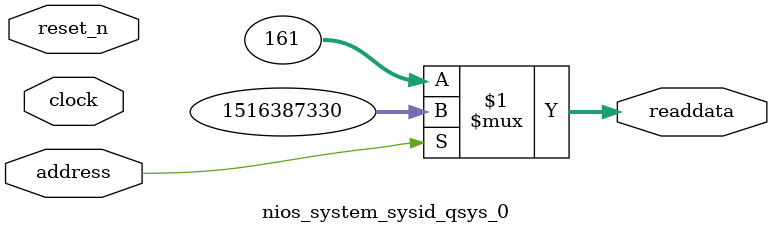
<source format=v>



// synthesis translate_off
`timescale 1ns / 1ps
// synthesis translate_on

// turn off superfluous verilog processor warnings 
// altera message_level Level1 
// altera message_off 10034 10035 10036 10037 10230 10240 10030 

module nios_system_sysid_qsys_0 (
               // inputs:
                address,
                clock,
                reset_n,

               // outputs:
                readdata
             )
;

  output  [ 31: 0] readdata;
  input            address;
  input            clock;
  input            reset_n;

  wire    [ 31: 0] readdata;
  //control_slave, which is an e_avalon_slave
  assign readdata = address ? 1516387330 : 161;

endmodule



</source>
